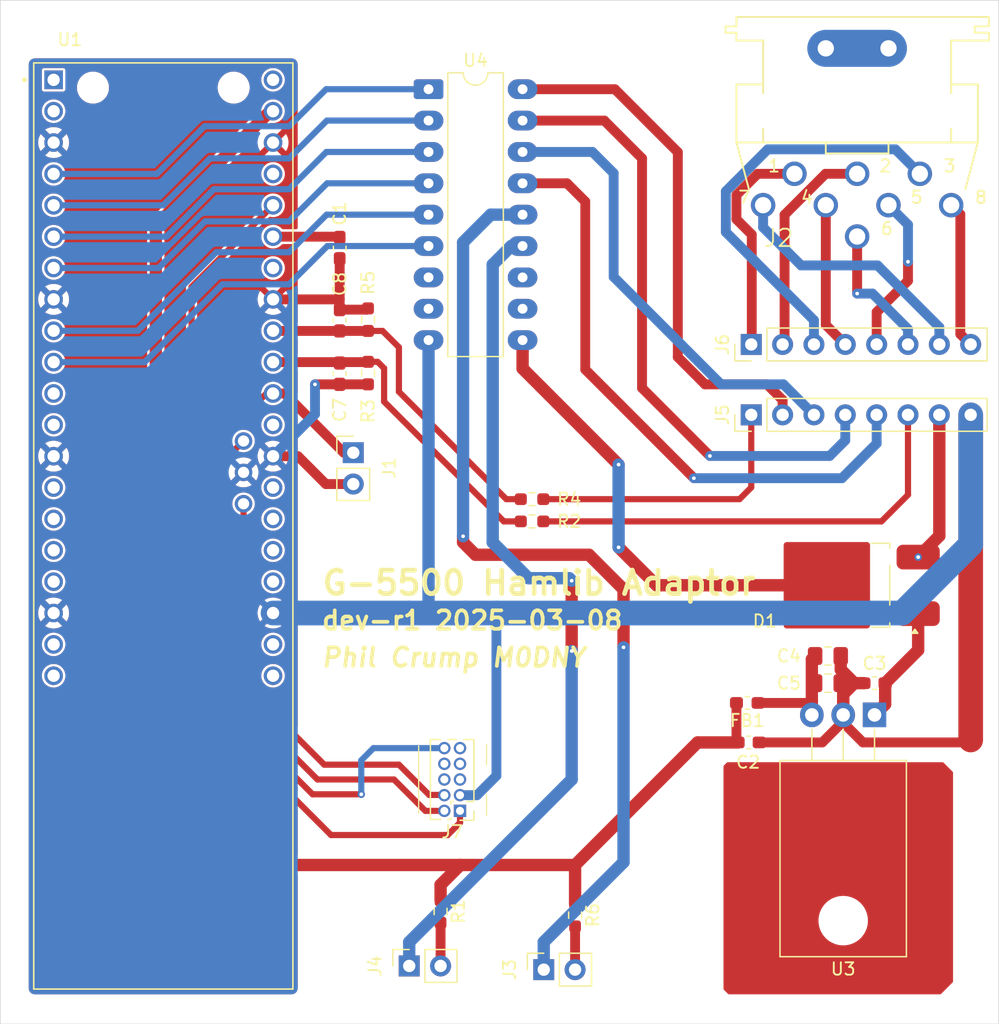
<source format=kicad_pcb>
(kicad_pcb (version 20241229) (generator "pcbnew") (generator_version "9.0")
  (layers (0 "F.Cu" signal) (2 "B.Cu" signal) (13 "F.Paste" user) (15 "B.Paste" user) (5 "F.SilkS" user "F.Silkscreen") (7 "B.SilkS" user "B.Silkscreen") (1 "F.Mask" user) (3 "B.Mask" user) (25 "Edge.Cuts" user))
  (net 0 "")
  (net 1 "Net-(U1-ADC_VREF)")
  (net 2 "GND")
  (net 3 "+5V")
  (net 4 "+12V")
  (net 5 "Net-(U3-VO)")
  (net 6 "/AZ_ADC")
  (net 7 "/EL_ADC")
  (net 8 "VDC")
  (net 9 "Net-(J3-Pin_1)")
  (net 10 "Net-(J4-Pin_1)")
  (net 11 "/EXT_AZ_VRAW")
  (net 12 "/EXT_EL_VRAW")
  (net 14 "/EL_DN")
  (net 16 "/AZ_CCW")
  (net 20 "/AZ_CW")
  (net 24 "/LED_2")
  (net 30 "/EL_UP")
  (net 32 "/LED_1")
  (net 39 "/EXT_AZ_CCW")
  (net 42 "/EXT_EL_UP")
  (net 44 "/EXT_AZ_CW")
  (net 46 "/EXT_EL_DN")
  (net 47 "Net-(J6-Pin_6)")
  (net 48 "Net-(J6-Pin_7)")
  (net 49 "Net-(J6-Pin_1)")
  (net 50 "Net-(J6-Pin_4)")
  (net 51 "Net-(J6-Pin_3)")
  (net 52 "Net-(J6-Pin_8)")
  (net 53 "Net-(J6-Pin_5)")
  (net 54 "Net-(J6-Pin_2)")
  (net 55 "Net-(J3-Pin_2)")
  (net 56 "Net-(J4-Pin_2)")
  (net 57 "/nRUN")
  (net 58 "/SWDCLK")
  (net 61 "+3.3V")
  (net 63 "/SWDIO")
  (footprint "Capacitor_SMD:C_0603_1608Metric_Pad1.08x0.95mm_HandSolder" (layer "F.Cu") (at 99.8375 97.2)
    (property "Reference" "C2" (at -0.0375 1.6 0) (layer "F.SilkS"))
    (property "Value" "1u" (hide yes))
    (pad "1" smd roundrect (at -0.8625 0) (size 1.075 0.95) (layers "F.Cu" "F.Mask" "F.Paste") (net 3 "+5V"))
    (pad "2" smd roundrect (at 0.8625 0) (size 1.075 0.95) (layers "F.Cu" "F.Mask" "F.Paste") (net 2 "GND"))
  )
  (footprint "Package_TO_SOT_THT:TO-220-3_Horizontal_TabDown" (layer "F.Cu") (at 110.04 94.97 180)
    (property "Reference" "U3" (at 2.54 -20.58 0) (layer "F.SilkS"))
    (property "Value" "LM2937xT" (hide yes))
    (pad "" np_thru_hole circle (at 2.54 -16.66 180) (size 3.5 3.5) (drill 3.5) (layers "*.Cu" "*.Mask"))
    (pad "1" thru_hole rect (at 0 0 180) (size 1.905 2) (drill 1.1) (layers "*.Cu" "*.Mask") (net 4 "+12V"))
    (pad "2" thru_hole oval (at 2.54 0 180) (size 1.905 2) (drill 1.1) (layers "*.Cu" "*.Mask") (net 2 "GND"))
    (pad "3" thru_hole oval (at 5.08 0 180) (size 1.905 2) (drill 1.1) (layers "*.Cu" "*.Mask") (net 5 "Net-(U3-VO)"))
  )
  (footprint "Resistor_SMD:R_0603_1608Metric_Pad0.98x0.95mm_HandSolder" (layer "F.Cu") (at 74.875 110.8875 -90)
    (property "Reference" "R1" (at 0 -1.43 90) (layer "F.SilkS"))
    (property "Value" "R" (hide yes))
    (pad "1" smd roundrect (at -0.9125 0 270) (size 0.975 0.95) (layers "F.Cu" "F.Mask" "F.Paste") (net 3 "+5V"))
    (pad "2" smd roundrect (at 0.9125 0 270) (size 0.975 0.95) (layers "F.Cu" "F.Mask" "F.Paste") (net 56 "Net-(J4-Pin_2)"))
  )
  (footprint "Resistor_SMD:R_0603_1608Metric_Pad0.98x0.95mm_HandSolder" (layer "F.Cu") (at 69 62.9625 -90)
    (property "Reference" "R5" (at -2.9875 0 90) (layer "F.SilkS"))
    (property "Value" "4K7" (hide yes))
    (pad "1" smd roundrect (at -0.9125 0 270) (size 0.975 0.95) (layers "F.Cu" "F.Mask" "F.Paste") (net 2 "GND"))
    (pad "2" smd roundrect (at 0.9125 0 270) (size 0.975 0.95) (layers "F.Cu" "F.Mask" "F.Paste") (net 7 "/EL_ADC"))
  )
  (footprint "Capacitor_SMD:C_0603_1608Metric_Pad1.08x0.95mm_HandSolder" (layer "F.Cu") (at 66.7 63.0125 90)
    (property "Reference" "C8" (at 2.9375 0 90) (layer "F.SilkS"))
    (property "Value" "1u" (hide yes))
    (pad "1" smd roundrect (at -0.8625 0 90) (size 1.075 0.95) (layers "F.Cu" "F.Mask" "F.Paste") (net 7 "/EL_ADC"))
    (pad "2" smd roundrect (at 0.8625 0 90) (size 1.075 0.95) (layers "F.Cu" "F.Mask" "F.Paste") (net 2 "GND"))
  )
  (footprint "Capacitor_SMD:C_0805_2012Metric_Pad1.18x1.45mm_HandSolder" (layer "F.Cu") (at 106.2625 90.2)
    (property "Reference" "C4" (at -3.1625 0 0) (layer "F.SilkS"))
    (property "Value" "10u" (hide yes))
    (pad "1" smd roundrect (at -1.0375 0) (size 1.175 1.45) (layers "F.Cu" "F.Mask" "F.Paste") (roundrect_rratio 0.212766) (net 5 "Net-(U3-VO)"))
    (pad "2" smd roundrect (at 1.0375 0) (size 1.175 1.45) (layers "F.Cu" "F.Mask" "F.Paste") (roundrect_rratio 0.212766) (net 2 "GND"))
  )
  (footprint "Capacitor_SMD:C_0603_1608Metric_Pad1.08x0.95mm_HandSolder" (layer "F.Cu") (at 110.0375 92.4 180)
    (property "Reference" "C3" (at 0 1.6 0) (layer "F.SilkS"))
    (property "Value" "1u" (hide yes))
    (pad "1" smd roundrect (at -0.8625 0 180) (size 1.075 0.95) (layers "F.Cu" "F.Mask" "F.Paste") (net 4 "+12V"))
    (pad "2" smd roundrect (at 0.8625 0 180) (size 1.075 0.95) (layers "F.Cu" "F.Mask" "F.Paste") (net 2 "GND"))
  )
  (footprint "MAB8SH:MAB8SH" (layer "F.Cu") (at 108.63 46.07 180)
    (property "Reference" "J2" (at 6.35 -10.287 0) (layer "F.SilkS") (effects (font (size 1.4 1.4))))
    (property "Value" "DIN-8")
    (fp_text user "7" (at 9.144 -6.985 0) (layer "F.SilkS"))
    (fp_text user "8" (at -10.033 -6.985 0) (layer "F.SilkS"))
    (fp_text user "6" (at -2.413 -9.525 0) (layer "F.SilkS"))
    (fp_text user "2" (at -2.286 -4.445 0) (layer "F.SilkS"))
    (fp_text user "5" (at -4.826 -6.985 0) (layer "F.SilkS"))
    (fp_text user "1" (at 6.731 -4.445 0) (layer "F.SilkS"))
    (fp_text user "3" (at -7.493 -4.445 0) (layer "F.SilkS"))
    (fp_text user "4" (at 4.064 -6.985 0) (layer "F.SilkS"))
    (pad "" np_thru_hole circle (at -7.62 0 180) (size 2.794 2.794) (drill 2.794) (layers "*.Cu" "*.Mask"))
    (pad "" np_thru_hole circle (at 7.62 0 180) (size 2.794 2.794) (drill 2.794) (layers "*.Cu" "*.Mask"))
    (pad "1" thru_hole circle (at 5.08 -5.08 180) (size 1.9812 1.9812) (drill 1.3208) (layers "*.Cu" "*.Mask") (net 49 "Net-(J6-Pin_1)"))
    (pad "2" thru_hole circle (at 0 -5.08 180) (size 1.9812 1.9812) (drill 1.3208) (layers "*.Cu" "*.Mask") (net 54 "Net-(J6-Pin_2)"))
    (pad "3" thru_hole circle (at -5.08 -5.08 180) (size 1.9812 1.9812) (drill 1.3208) (layers "*.Cu" "*.Mask") (net 51 "Net-(J6-Pin_3)"))
    (pad "4" thru_hole circle (at 2.54 -7.62 180) (size 1.9812 1.9812) (drill 1.3208) (layers "*.Cu" "*.Mask") (net 50 "Net-(J6-Pin_4)"))
    (pad "5" thru_hole circle (at -2.54 -7.62 180) (size 1.9812 1.9812) (drill 1.3208) (layers "*.Cu" "*.Mask") (net 53 "Net-(J6-Pin_5)"))
    (pad "6" thru_hole circle (at 0 -10.16 180) (size 1.9812 1.9812) (drill 1.3208) (layers "*.Cu" "*.Mask") (net 47 "Net-(J6-Pin_6)"))
    (pad "7" thru_hole circle (at 7.62 -7.62 180) (size 1.9812 1.9812) (drill 1.3208) (layers "*.Cu" "*.Mask") (net 48 "Net-(J6-Pin_7)"))
    (pad "8" thru_hole circle (at -7.62 -7.62 180) (size 1.9812 1.9812) (drill 1.3208) (layers "*.Cu" "*.Mask") (net 52 "Net-(J6-Pin_8)"))
    (pad "PE" thru_hole circle (at -2.54 5.08 180) (size 1.9812 1.9812) (drill 1.3208) (layers "*.Cu" "*.Mask"))
    (pad "PE@" thru_hole circle (at 2.54 5.08 180) (size 1.9812 1.9812) (drill 1.3208) (layers "*.Cu" "*.Mask"))
  )
  (footprint "Connector_PinHeader_1.27mm:PinHeader_2x05_P1.27mm_Vertical" (layer "F.Cu") (at 76.45 102.74 180)
    (property "Reference" "J7" (at 0.635 -1.695 0) (layer "F.SilkS"))
    (property "Value" "Conn_02x05_Odd_Even" (hide yes))
    (pad "1" thru_hole rect (at 0 0 180) (size 1 1) (drill 0.65) (layers "*.Cu" "*.Mask") (net 61 "+3.3V"))
    (pad "2" thru_hole oval (at 1.27 0 180) (size 1 1) (drill 0.65) (layers "*.Cu" "*.Mask") (net 63 "/SWDIO"))
    (pad "3" thru_hole oval (at 0 1.27 180) (size 1 1) (drill 0.65) (layers "*.Cu" "*.Mask") (net 2 "GND"))
    (pad "4" thru_hole oval (at 1.27 1.27 180) (size 1 1) (drill 0.65) (layers "*.Cu" "*.Mask") (net 58 "/SWDCLK"))
    (pad "5" thru_hole oval (at 0 2.54 180) (size 1 1) (drill 0.65) (layers "*.Cu" "*.Mask") (net 2 "GND"))
    (pad "6" thru_hole oval (at 1.27 2.54 180) (size 1 1) (drill 0.65) (layers "*.Cu" "*.Mask"))
    (pad "7" thru_hole oval (at 0 3.81 180) (size 1 1) (drill 0.65) (layers "*.Cu" "*.Mask"))
    (pad "8" thru_hole oval (at 1.27 3.81 180) (size 1 1) (drill 0.65) (layers "*.Cu" "*.Mask"))
    (pad "9" thru_hole oval (at 0 5.08 180) (size 1 1) (drill 0.65) (layers "*.Cu" "*.Mask"))
    (pad "10" thru_hole oval (at 1.27 5.08 180) (size 1 1) (drill 0.65) (layers "*.Cu" "*.Mask") (net 57 "/nRUN"))
  )
  (footprint "Resistor_SMD:R_0603_1608Metric_Pad0.98x0.95mm_HandSolder" (layer "F.Cu") (at 82.2875 79.3)
    (property "Reference" "R2" (at 3.0125 0 0) (layer "F.SilkS"))
    (property "Value" "10K" (hide yes))
    (pad "1" smd roundrect (at -0.9125 0) (size 0.975 0.95) (layers "F.Cu" "F.Mask" "F.Paste") (net 6 "/AZ_ADC"))
    (pad "2" smd roundrect (at 0.9125 0) (size 0.975 0.95) (layers "F.Cu" "F.Mask" "F.Paste") (net 11 "/EXT_AZ_VRAW"))
  )
  (footprint "Connector_PinHeader_2.54mm:PinHeader_1x08_P2.54mm_Vertical" (layer "F.Cu") (at 100.05 70.67 90)
    (property "Reference" "J5" (at 0 -2.33 90) (layer "F.SilkS"))
    (property "Value" "Conn_01x08_Pin" (hide yes))
    (pad "1" thru_hole rect (at 0 0 90) (size 1.7 1.7) (drill 1) (layers "*.Cu" "*.Mask") (net 12 "/EXT_EL_VRAW"))
    (pad "2" thru_hole oval (at 0 2.54 90) (size 1.7 1.7) (drill 1) (layers "*.Cu" "*.Mask") (net 44 "/EXT_AZ_CW"))
    (pad "3" thru_hole oval (at 0 5.08 90) (size 1.7 1.7) (drill 1) (layers "*.Cu" "*.Mask") (net 42 "/EXT_EL_UP"))
    (pad "4" thru_hole oval (at 0 7.62 90) (size 1.7 1.7) (drill 1) (layers "*.Cu" "*.Mask") (net 39 "/EXT_AZ_CCW"))
    (pad "5" thru_hole oval (at 0 10.16 90) (size 1.7 1.7) (drill 1) (layers "*.Cu" "*.Mask") (net 46 "/EXT_EL_DN"))
    (pad "6" thru_hole oval (at 0 12.7 90) (size 1.7 1.7) (drill 1) (layers "*.Cu" "*.Mask") (net 11 "/EXT_AZ_VRAW"))
    (pad "7" thru_hole oval (at 0 15.24 90) (size 1.7 1.7) (drill 1) (layers "*.Cu" "*.Mask") (net 8 "VDC"))
    (pad "8" thru_hole oval (at 0 17.78 90) (size 1.7 1.7) (drill 1) (layers "*.Cu" "*.Mask") (net 2 "GND"))
  )
  (footprint "Package_DIP:DIP-18_W7.62mm_LongPads" (layer "F.Cu") (at 73.9 44.3)
    (property "Reference" "U4" (at 3.81 -2.33 0) (layer "F.SilkS"))
    (property "Value" "ULN2803A" (hide yes))
    (pad "1" thru_hole roundrect (at 0 0) (size 2.4 1.6) (drill 0.8) (layers "*.Cu" "*.Mask") (roundrect_rratio 0.15625) (net 20 "/AZ_CW"))
    (pad "2" thru_hole oval (at 0 2.54) (size 2.4 1.6) (drill 0.8) (layers "*.Cu" "*.Mask") (net 16 "/AZ_CCW"))
    (pad "3" thru_hole oval (at 0 5.08) (size 2.4 1.6) (drill 0.8) (layers "*.Cu" "*.Mask") (net 30 "/EL_UP"))
    (pad "4" thru_hole oval (at 0 7.62) (size 2.4 1.6) (drill 0.8) (layers "*.Cu" "*.Mask") (net 14 "/EL_DN"))
    (pad "5" thru_hole oval (at 0 10.16) (size 2.4 1.6) (drill 0.8) (layers "*.Cu" "*.Mask") (net 32 "/LED_1"))
    (pad "6" thru_hole oval (at 0 12.7) (size 2.4 1.6) (drill 0.8) (layers "*.Cu" "*.Mask") (net 24 "/LED_2"))
    (pad "7" thru_hole oval (at 0 15.24) (size 2.4 1.6) (drill 0.8) (layers "*.Cu" "*.Mask"))
    (pad "8" thru_hole oval (at 0 17.78) (size 2.4 1.6) (drill 0.8) (layers "*.Cu" "*.Mask"))
    (pad "9" thru_hole oval (at 0 20.32) (size 2.4 1.6) (drill 0.8) (layers "*.Cu" "*.Mask") (net 2 "GND"))
    (pad "10" thru_hole oval (at 7.62 20.32) (size 2.4 1.6) (drill 0.8) (layers "*.Cu" "*.Mask") (net 4 "+12V"))
    (pad "11" thru_hole oval (at 7.62 17.78) (size 2.4 1.6) (drill 0.8) (layers "*.Cu" "*.Mask"))
    (pad "12" thru_hole oval (at 7.62 15.24) (size 2.4 1.6) (drill 0.8) (layers "*.Cu" "*.Mask"))
    (pad "13" thru_hole oval (at 7.62 12.7) (size 2.4 1.6) (drill 0.8) (layers "*.Cu" "*.Mask") (net 10 "Net-(J4-Pin_1)"))
    (pad "14" thru_hole oval (at 7.62 10.16) (size 2.4 1.6) (drill 0.8) (layers "*.Cu" "*.Mask") (net 9 "Net-(J3-Pin_1)"))
    (pad "15" thru_hole oval (at 7.62 7.62) (size 2.4 1.6) (drill 0.8) (layers "*.Cu" "*.Mask") (net 46 "/EXT_EL_DN"))
    (pad "16" thru_hole oval (at 7.62 5.08) (size 2.4 1.6) (drill 0.8) (layers "*.Cu" "*.Mask") (net 42 "/EXT_EL_UP"))
    (pad "17" thru_hole oval (at 7.62 2.54) (size 2.4 1.6) (drill 0.8) (layers "*.Cu" "*.Mask") (net 39 "/EXT_AZ_CCW"))
    (pad "18" thru_hole oval (at 7.62 0) (size 2.4 1.6) (drill 0.8) (layers "*.Cu" "*.Mask") (net 44 "/EXT_AZ_CW"))
  )
  (footprint "W5500-EVB-PICO:MODULE_W5500-EVB-PICO" (layer "F.Cu") (at 52.41011 79.67)
    (property "Reference" "U1" (at -7.575 -39.385 0) (layer "F.SilkS"))
    (property "Value" "W5500-EVB-PICO" (hide yes))
    (pad "" np_thru_hole circle (at -5.69987 -35.5001) (size 2.1 2.1) (drill 2.1) (layers "*.Cu" "*.Mask"))
    (pad "" np_thru_hole circle (at 5.69991 -35.5001) (size 2.1 2.1) (drill 2.1) (layers "*.Cu" "*.Mask"))
    (pad "1" thru_hole rect (at -8.89011 -36.13) (size 1.508 1.508) (drill 1) (layers "*.Cu" "*.Mask"))
    (pad "2" thru_hole circle (at -8.89011 -33.59) (size 1.508 1.508) (drill 1) (layers "*.Cu" "*.Mask"))
    (pad "3" thru_hole circle (at -8.89011 -31.05) (size 1.508 1.508) (drill 1) (layers "*.Cu" "*.Mask") (net 2 "GND"))
    (pad "4" thru_hole circle (at -8.89011 -28.51) (size 1.508 1.508) (drill 1) (layers "*.Cu" "*.Mask") (net 20 "/AZ_CW"))
    (pad "5" thru_hole circle (at -8.89011 -25.97) (size 1.508 1.508) (drill 1) (layers "*.Cu" "*.Mask") (net 16 "/AZ_CCW"))
    (pad "6" thru_hole circle (at -8.89011 -23.43) (size 1.508 1.508) (drill 1) (layers "*.Cu" "*.Mask") (net 30 "/EL_UP"))
    (pad "7" thru_hole circle (at -8.89011 -20.89) (size 1.508 1.508) (drill 1) (layers "*.Cu" "*.Mask") (net 14 "/EL_DN"))
    (pad "8" thru_hole circle (at -8.89011 -18.35) (size 1.508 1.508) (drill 1) (layers "*.Cu" "*.Mask") (net 2 "GND"))
    (pad "9" thru_hole circle (at -8.89011 -15.81) (size 1.508 1.508) (drill 1) (layers "*.Cu" "*.Mask") (net 32 "/LED_1"))
    (pad "10" thru_hole circle (at -8.89011 -13.27) (size 1.508 1.508) (drill 1) (layers "*.Cu" "*.Mask") (net 24 "/LED_2"))
    (pad "11" thru_hole circle (at -8.89011 -10.73) (size 1.508 1.508) (drill 1) (layers "*.Cu" "*.Mask"))
    (pad "12" thru_hole circle (at -8.89011 -8.19003) (size 1.508 1.508) (drill 1) (layers "*.Cu" "*.Mask"))
    (pad "13" thru_hole circle (at -8.89011 -5.65003) (size 1.508 1.508) (drill 1) (layers "*.Cu" "*.Mask") (net 2 "GND"))
    (pad "14" thru_hole circle (at -8.89011 -3.11003) (size 1.508 1.508) (drill 1) (layers "*.Cu" "*.Mask"))
    (pad "15" thru_hole circle (at -8.89011 -0.570031) (size 1.508 1.508) (drill 1) (layers "*.Cu" "*.Mask"))
    (pad "16" thru_hole circle (at -8.89011 1.96997) (size 1.508 1.508) (drill 1) (layers "*.Cu" "*.Mask"))
    (pad "17" thru_hole circle (at -8.89011 4.50997) (size 1.508 1.508) (drill 1) (layers "*.Cu" "*.Mask"))
    (pad "18" thru_hole circle (at -8.89011 7.04997) (size 1.508 1.508) (drill 1) (layers "*.Cu" "*.Mask") (net 2 "GND"))
    (pad "19" thru_hole circle (at -8.89011 9.58997) (size 1.508 1.508) (drill 1) (layers "*.Cu" "*.Mask"))
    (pad "20" thru_hole circle (at -8.89011 12.13) (size 1.508 1.508) (drill 1) (layers "*.Cu" "*.Mask"))
    (pad "21" thru_hole circle (at 8.88989 12.13) (size 1.508 1.508) (drill 1) (layers "*.Cu" "*.Mask"))
    (pad "22" thru_hole circle (at 8.88989 9.58997) (size 1.508 1.508) (drill 1) (layers "*.Cu" "*.Mask"))
    (pad "23" thru_hole circle (at 8.88989 7.04997) (size 1.508 1.508) (drill 1) (layers "*.Cu" "*.Mask") (net 2 "GND"))
    (pad "24" thru_hole circle (at 8.88989 4.50997) (size 1.508 1.508) (drill 1) (layers "*.Cu" "*.Mask"))
    (pad "25" thru_hole circle (at 8.88989 1.96997) (size 1.508 1.508) (drill 1) (layers "*.Cu" "*.Mask"))
    (pad "26" thru_hole circle (at 8.88989 -0.570031) (size 1.508 1.508) (drill 1) (layers "*.Cu" "*.Mask"))
    (pad "27" thru_hole circle (at 8.88989 -3.11003) (size 1.508 1.508) (drill 1) (layers "*.Cu" "*.Mask"))
    (pad "28" thru_hole circle (at 8.88989 -5.65003) (size 1.508 1.508) (drill 1) (layers "*.Cu" "*.Mask") (net 2 "GND"))
    (pad "29" thru_hole circle (at 8.88989 -8.19003) (size 1.508 1.508) (drill 1) (layers "*.Cu" "*.Mask"))
    (pad "30" thru_hole circle (at 8.88989 -10.73) (size 1.508 1.508) (drill 1) (layers "*.Cu" "*.Mask") (net 57 "/nRUN"))
    (pad "31" thru_hole circle (at 8.88989 -13.27) (size 1.508 1.508) (drill 1) (layers "*.Cu" "*.Mask") (net 6 "/AZ_ADC"))
    (pad "32" thru_hole circle (at 8.88989 -15.81) (size 1.508 1.508) (drill 1) (layers "*.Cu" "*.Mask") (net 7 "/EL_ADC"))
    (pad "33" thru_hole circle (at 8.88989 -18.35) (size 1.508 1.508) (drill 1) (layers "*.Cu" "*.Mask") (net 2 "GND"))
    (pad "34" thru_hole circle (at 8.88989 -20.89) (size 1.508 1.508) (drill 1) (layers "*.Cu" "*.Mask"))
    (pad "35" thru_hole circle (at 8.88989 -23.43) (size 1.508 1.508) (drill 1) (layers "*.Cu" "*.Mask") (net 1 "Net-(U1-ADC_VREF)"))
    (pad "36" thru_hole circle (at 8.88989 -25.97) (size 1.508 1.508) (drill 1) (layers "*.Cu" "*.Mask") (net 61 "+3.3V"))
    (pad "37" thru_hole circle (at 8.88989 -28.51) (size 1.508 1.508) (drill 1) (layers "*.Cu" "*.Mask"))
    (pad "38" thru_hole circle (at 8.88989 -31.05) (size 1.508 1.508) (drill 1) (layers "*.Cu" "*.Mask") (net 2 "GND"))
    (pad "39" thru_hole circle (at 8.88989 -33.59) (size 1.508 1.508) (drill 1) (layers "*.Cu" "*.Mask") (net 3 "+5V"))
    (pad "40" thru_hole circle (at 8.88989 -36.13) (size 1.508 1.508) (drill 1) (layers "*.Cu" "*.Mask"))
    (pad "41" thru_hole circle (at 6.50001 -1.7999) (size 1.4224 1.4224) (drill 0.9144) (layers "*.Cu" "*.Mask") (net 58 "/SWDCLK"))
    (pad "42" thru_hole circle (at 6.50001 -4.3399) (size 1.4224 1.4224) (drill 0.9144) (layers "*.Cu" "*.Mask") (net 2 "GND"))
    (pad "43" thru_hole circle (at 6.50001 -6.8799) (size 1.4224 1.4224) (drill 0.9144) (layers "*.Cu" "*.Mask") (net 63 "/SWDIO"))
  )
  (footprint "Resistor_SMD:R_0603_1608Metric_Pad0.98x0.95mm_HandSolder" (layer "F.Cu") (at 82.2875 77.5)
    (property "Reference" "R4" (at 3.0125 0 0) (layer "F.SilkS"))
    (property "Value" "10K" (hide yes))
    (pad "1" smd roundrect (at -0.9125 0) (size 0.975 0.95) (layers "F.Cu" "F.Mask" "F.Paste") (net 7 "/EL_ADC"))
    (pad "2" smd roundrect (at 0.9125 0) (size 0.975 0.95) (layers "F.Cu" "F.Mask" "F.Paste") (net 12 "/EXT_EL_VRAW"))
  )
  (footprint "Connector_PinSocket_2.54mm:PinSocket_1x02_P2.54mm_Vertical" (layer "F.Cu") (at 83.235 115.6 90)
    (property "Reference" "J3" (at 0 -2.77 90) (layer "F.SilkS"))
    (property "Value" "Conn_01x02_Pin" (hide yes))
    (pad "1" thru_hole rect (at 0 0 90) (size 1.7 1.7) (drill 1) (layers "*.Cu" "*.Mask") (net 9 "Net-(J3-Pin_1)"))
    (pad "2" thru_hole oval (at 0 2.54 90) (size 1.7 1.7) (drill 1) (layers "*.Cu" "*.Mask") (net 55 "Net-(J3-Pin_2)"))
  )
  (footprint "Resistor_SMD:R_0603_1608Metric_Pad0.98x0.95mm_HandSolder" (layer "F.Cu") (at 69 67.2875 90)
    (property "Reference" "R3" (at -3.0875 0 90) (layer "F.SilkS"))
    (property "Value" "4K7" (hide yes))
    (pad "1" smd roundrect (at -0.9125 0 90) (size 0.975 0.95) (layers "F.Cu" "F.Mask" "F.Paste") (net 2 "GND"))
    (pad "2" smd roundrect (at 0.9125 0 90) (size 0.975 0.95) (layers "F.Cu" "F.Mask" "F.Paste") (net 6 "/AZ_ADC"))
  )
  (footprint "Capacitor_SMD:C_0603_1608Metric_Pad1.08x0.95mm_HandSolder" (layer "F.Cu") (at 66.7 57.1625 -90)
    (property "Reference" "C1" (at -2.7875 0 90) (layer "F.SilkS"))
    (property "Value" "1u" (hide yes))
    (pad "1" smd roundrect (at -0.8625 0 270) (size 1.075 0.95) (layers "F.Cu" "F.Mask" "F.Paste") (net 1 "Net-(U1-ADC_VREF)"))
    (pad "2" smd roundrect (at 0.8625 0 270) (size 1.075 0.95) (layers "F.Cu" "F.Mask" "F.Paste") (net 2 "GND"))
  )
  (footprint "Capacitor_SMD:C_0603_1608Metric_Pad1.08x0.95mm_HandSolder" (layer "F.Cu") (at 66.7 67.3375 -90)
    (property "Reference" "C7" (at 2.9375 0 90) (layer "F.SilkS"))
    (property "Value" "1u" (hide yes))
    (pad "1" smd roundrect (at -0.8625 0 270) (size 1.075 0.95) (layers "F.Cu" "F.Mask" "F.Paste") (net 6 "/AZ_ADC"))
    (pad "2" smd roundrect (at 0.8625 0 270) (size 1.075 0.95) (layers "F.Cu" "F.Mask" "F.Paste") (net 2 "GND"))
  )
  (footprint "Connector_PinSocket_2.54mm:PinSocket_1x02_P2.54mm_Vertical" (layer "F.Cu") (at 72.335 115.3 90)
    (property "Reference" "J4" (at 0 -2.77 90) (layer "F.SilkS"))
    (property "Value" "Conn_01x02_Pin" (hide yes))
    (pad "1" thru_hole rect (at 0 0 90) (size 1.7 1.7) (drill 1) (layers "*.Cu" "*.Mask") (net 10 "Net-(J4-Pin_1)"))
    (pad "2" thru_hole oval (at 0 2.54 90) (size 1.7 1.7) (drill 1) (layers "*.Cu" "*.Mask") (net 56 "Net-(J4-Pin_2)"))
  )
  (footprint "Capacitor_SMD:C_0805_2012Metric_Pad1.18x1.45mm_HandSolder" (layer "F.Cu") (at 106.2625 92.4)
    (property "Reference" "C5" (at -3.1625 0 0) (layer "F.SilkS"))
    (property "Value" "10u" (hide yes))
    (pad "1" smd roundrect (at -1.0375 0) (size 1.175 1.45) (layers "F.Cu" "F.Mask" "F.Paste") (roundrect_rratio 0.212766) (net 5 "Net-(U3-VO)"))
    (pad "2" smd roundrect (at 1.0375 0) (size 1.175 1.45) (layers "F.Cu" "F.Mask" "F.Paste") (roundrect_rratio 0.212766) (net 2 "GND"))
  )
  (footprint "Resistor_SMD:R_0603_1608Metric_Pad0.98x0.95mm_HandSolder" (layer "F.Cu") (at 85.775 111.1875 -90)
    (property "Reference" "R6" (at 0 -1.43 90) (layer "F.SilkS"))
    (property "Value" "R" (hide yes))
    (pad "1" smd roundrect (at -0.9125 0 270) (size 0.975 0.95) (layers "F.Cu" "F.Mask" "F.Paste") (net 3 "+5V"))
    (pad "2" smd roundrect (at 0.9125 0 270) (size 0.975 0.95) (layers "F.Cu" "F.Mask" "F.Paste") (net 55 "Net-(J3-Pin_2)"))
  )
  (footprint "Inductor_SMD:L_0603_1608Metric_Pad1.05x0.95mm_HandSolder" (layer "F.Cu") (at 99.725 94 180)
    (property "Reference" "FB1" (at 0 -1.43 0) (layer "F.SilkS"))
    (property "Value" "FerriteBead" (hide yes))
    (pad "1" smd roundrect (at -0.875 0 180) (size 1.05 0.95) (layers "F.Cu" "F.Mask" "F.Paste") (net 5 "Net-(U3-VO)"))
    (pad "2" smd roundrect (at 0.875 0 180) (size 1.05 0.95) (layers "F.Cu" "F.Mask" "F.Paste") (net 3 "+5V"))
  )
  (footprint "Connector_PinHeader_2.54mm:PinHeader_1x02_P2.54mm_Vertical" (layer "F.Cu") (at 67.8 73.735)
    (property "Reference" "J1" (at 2.9 1.24 90) (layer "F.SilkS"))
    (property "Value" "Conn_01x02_Pin" (hide yes))
    (pad "1" thru_hole rect (at 0 0) (size 1.7 1.7) (drill 1) (layers "*.Cu" "*.Mask") (net 57 "/nRUN"))
    (pad "2" thru_hole oval (at 0 2.54) (size 1.7 1.7) (drill 1) (layers "*.Cu" "*.Mask") (net 2 "GND"))
  )
  (footprint "Connector_PinHeader_2.54mm:PinHeader_1x08_P2.54mm_Vertical" (layer "F.Cu") (at 100.05 64.97 90)
    (property "Reference" "J6" (at 0 -2.33 90) (layer "F.SilkS"))
    (property "Value" "Conn_01x08_Pin" (hide yes))
    (pad "1" thru_hole rect (at 0 0 90) (size 1.7 1.7) (drill 1) (layers "*.Cu" "*.Mask") (net 49 "Net-(J6-Pin_1)"))
    (pad "2" thru_hole oval (at 0 2.54 90) (size 1.7 1.7) (drill 1) (layers "*.Cu" "*.Mask") (net 54 "Net-(J6-Pin_2)"))
    (pad "3" thru_hole oval (at 0 5.08 90) (size 1.7 1.7) (drill 1) (layers "*.Cu" "*.Mask") (net 51 "Net-(J6-Pin_3)"))
    (pad "4" thru_hole oval (at 0 7.62 90) (size 1.7 1.7) (drill 1) (layers "*.Cu" "*.Mask") (net 50 "Net-(J6-Pin_4)"))
    (pad "5" thru_hole oval (at 0 10.16 90) (size 1.7 1.7) (drill 1) (layers "*.Cu" "*.Mask") (net 53 "Net-(J6-Pin_5)"))
    (pad "6" thru_hole oval (at 0 12.7 90) (size 1.7 1.7) (drill 1) (layers "*.Cu" "*.Mask") (net 47 "Net-(J6-Pin_6)"))
    (pad "7" thru_hole oval (at 0 15.24 90) (size 1.7 1.7) (drill 1) (layers "*.Cu" "*.Mask") (net 48 "Net-(J6-Pin_7)"))
    (pad "8" thru_hole oval (at 0 17.78 90) (size 1.7 1.7) (drill 1) (layers "*.Cu" "*.Mask") (net 52 "Net-(J6-Pin_8)"))
  )
  (footprint "Package_TO_SOT_SMD:TO-252-2_TabPin1" (layer "F.Cu") (at 108.2 84.47 180)
    (property "Reference" "D1" (at 7.05 -2.9 0) (layer "F.SilkS"))
    (property "Value" "D" (hide yes))
    (pad "1" smd roundrect (at -5.375 -2.3 180) (size 3.5 2) (layers "F.Cu" "F.Mask" "F.Paste") (net 4 "+12V"))
    (pad "1" smd roundrect (at 2.025 0 180) (size 7 7) (layers "F.Cu" "F.Mask") (roundrect_rratio 0.03571428571) (net 4 "+12V"))
    (pad "2" smd roundrect (at -5.375 2.28 180) (size 3.5 2) (layers "F.Cu" "F.Mask" "F.Paste") (net 8 "VDC"))
  )
  (gr_line (start 78.6 97.35) (end 78.6 99) (stroke (width 0.1)) (layer "F.SilkS"))
  (gr_line (start 78.6 101.45) (end 78.6 103.1) (stroke (width 0.1)) (layer "F.SilkS"))
  (gr_line (start 73.1 97.475) (end 73.1 102.95) (stroke (width 0.1)) (layer "F.SilkS"))
  (gr_line (start 120.1 120) (end 39.2 120) (stroke (width 0.05)) (layer "Edge.Cuts"))
  (gr_line (start 39.2 120) (end 39.2 37.1) (stroke (width 0.05)) (layer "Edge.Cuts"))
  (gr_line (start 39.2 37.1) (end 120.1 37.1) (stroke (width 0.05)) (layer "Edge.Cuts"))
  (gr_line (start 120.1 37.1) (end 120.1 120) (stroke (width 0.05)) (layer "Edge.Cuts"))
  (gr_text "Phil Crump M0DNY" (at 65.1 91.2 0) (layer "F.SilkS") (effects (font (size 1.5 1.5) (thickness 0.3) (bold yes) (italic yes)) (justify left bottom)))
  (gr_text "G-5500 Hamlib Adaptor" (at 65.1 85.4 0) (layer "F.SilkS") (effects (font (size 1.9 1.9) (thickness 0.38) (bold yes)) (justify left bottom)))
  (gr_text "dev-r1 2025-03-08" (at 65.1 88.2 0) (layer "F.SilkS") (effects (font (size 1.5 1.5) (thickness 0.3) (bold yes)) (justify left bottom)))
  (segment (start 106.09 40.99) (end 111.17 40.99) (width 3) (layer "B.Cu") (net 0))
  (segment (start 61.3 56.24) (end 66.64 56.24) (width 0.8) (layer "F.Cu") (net 1))
  (segment (start 66.64 56.24) (end 66.7 56.3) (width 0.8) (layer "F.Cu") (net 1))
  (segment (start 63.31997 74.01997) (end 61.3 74.01997) (width 0.8) (layer "F.Cu") (net 2))
  (segment (start 107.5 95.6) (end 109.1 97.2) (width 0.8) (layer "F.Cu") (net 2))
  (segment (start 107.5 94.97) (end 107.5 93.3) (width 1) (layer "F.Cu") (net 2))
  (segment (start 66.7 61.3) (end 66.7 58.025) (width 0.8) (layer "F.Cu") (net 2))
  (segment (start 107.5 95.5) (end 107.5 94.97) (width 0.8) (layer "F.Cu") (net 2))
  (segment (start 105.8 97.2) (end 107.5 95.5) (width 0.8) (layer "F.Cu") (net 2))
  (segment (start 107.5 92.6) (end 107.3 92.4) (width 1) (layer "F.Cu") (net 2))
  (segment (start 67.8 76.275) (end 65.575 76.275) (width 0.8) (layer "F.Cu") (net 2))
  (segment (start 69 68.2) (end 66.7 68.2) (width 0.8) (layer "F.Cu") (net 2))
  (segment (start 107.5 94.97) (end 107.5 95.6) (width 0.8) (layer "F.Cu") (net 2))
  (segment (start 65.575 76.275) (end 63.31997 74.01997) (width 0.8) (layer "F.Cu") (net 2))
  (segment (start 117.83 70.67) (end 117.83 97) (width 2) (layer "F.Cu") (net 2))
  (segment (start 64.7 68.2) (end 66.7 68.2) (width 0.8) (layer "F.Cu") (net 2))
  (segment (start 107.3 91.3) (end 108.4 92.4) (width 1) (layer "F.Cu") (net 2))
  (segment (start 68.9 62.15) (end 69 62.05) (width 0.8) (layer "F.Cu") (net 2))
  (segment (start 66.68 61.32) (end 66.7 61.3) (width 0.8) (layer "F.Cu") (net 2))
  (segment (start 66.7 62.15) (end 66.7 61.3) (width 0.8) (layer "F.Cu") (net 2))
  (segment (start 117.63 97.2) (end 117.83 97) (width 0.8) (layer "F.Cu") (net 2))
  (segment (start 66.7 62.15) (end 68.9 62.15) (width 0.8) (layer "F.Cu") (net 2))
  (segment (start 109.1 97.2) (end 117.63 97.2) (width 0.8) (layer "F.Cu") (net 2))
  (segment (start 108.4 92.4) (end 109.175 92.4) (width 1) (layer "F.Cu") (net 2))
  (segment (start 61.3 61.32) (end 66.68 61.32) (width 0.8) (layer "F.Cu") (net 2))
  (segment (start 100.7 97.2) (end 105.8 97.2) (width 0.8) (layer "F.Cu") (net 2))
  (segment (start 107.5 93.3) (end 108.4 92.4) (width 1) (layer "F.Cu") (net 2))
  (segment (start 107.5 94.97) (end 107.5 92.6) (width 1) (layer "F.Cu") (net 2))
  (segment (start 107.3 90.2) (end 107.3 91.3) (width 1) (layer "F.Cu") (net 2))
  (via (at 64.7 68.2) (size 0.6) (drill 0.3) (layers "F.Cu" "B.Cu") (net 2))
  (segment (start 72.35 86.71997) (end 61.3 86.71997) (width 2) (layer "B.Cu") (net 2))
  (segment (start 73.9 64.62) (end 73.9 86.51997) (width 1) (layer "B.Cu") (net 2))
  (segment (start 79.4 86.71997) (end 76.9 86.71997) (width 2) (layer "B.Cu") (net 2))
  (segment (start 76.9 86.71997) (end 72.35 86.71997) (width 2) (layer "B.Cu") (net 2))
  (segment (start 76.45 101.47) (end 77.83 101.47) (width 0.8) (layer "B.Cu") (net 2))
  (segment (start 117.83 81.17) (end 112.28003 86.71997) (width 2) (layer "B.Cu") (net 2))
  (segment (start 117.83 70.67) (end 117.83 81.17) (width 2) (layer "B.Cu") (net 2))
  (segment (start 61.3 74.01997) (end 64.7 70.61997) (width 0.8) (layer "B.Cu") (net 2))
  (segment (start 64.7 70.61997) (end 64.7 68.2) (width 0.8) (layer "B.Cu") (net 2))
  (segment (start 112.28003 86.71997) (end 79.4 86.71997) (width 2) (layer "B.Cu") (net 2))
  (segment (start 74.1 86.71997) (end 76.9 86.71997) (width 1) (layer "B.Cu") (net 2))
  (segment (start 77.83 101.47) (end 79.4 99.9) (width 0.8) (layer "B.Cu") (net 2))
  (segment (start 73.9 86.51997) (end 74.1 86.71997) (width 1) (layer "B.Cu") (net 2))
  (segment (start 79.4 99.9) (end 79.4 86.71997) (width 0.8) (layer "B.Cu") (net 2))
  (segment (start 74.875 109.975) (end 74.875 108.725) (width 1) (layer "F.Cu") (net 3))
  (segment (start 61.07 46.08) (end 61.3 46.08) (width 1) (layer "F.Cu") (net 3))
  (segment (start 95.7 97.2) (end 98.975 97.2) (width 1) (layer "F.Cu") (net 3))
  (segment (start 98.85 95.6) (end 98.85 97.075) (width 0.8) (layer "F.Cu") (net 3))
  (segment (start 76.475 107.125) (end 85.775 107.125) (width 1) (layer "F.Cu") (net 3))
  (segment (start 76.475 107.125) (end 61.025 107.125) (width 1) (layer "F.Cu") (net 3))
  (segment (start 51.8 97.9) (end 51.8 55.35) (width 1) (layer "F.Cu") (net 3))
  (segment (start 98.85 94) (end 98.85 95.6) (width 0.8) (layer "F.Cu") (net 3))
  (segment (start 85.775 110.275) (end 85.775 107.125) (width 1) (layer "F.Cu") (net 3))
  (segment (start 61.025 107.125) (end 51.8 97.9) (width 1) (layer "F.Cu") (net 3))
  (segment (start 85.775 107.125) (end 95.7 97.2) (width 1) (layer "F.Cu") (net 3))
  (segment (start 98.85 97.075) (end 98.975 97.2) (width 0.8) (layer "F.Cu") (net 3))
  (segment (start 74.875 108.725) (end 76.475 107.125) (width 1) (layer "F.Cu") (net 3))
  (segment (start 51.8 55.35) (end 61.07 46.08) (width 1) (layer "F.Cu") (net 3))
  (segment (start 89.3 74.7) (end 81.52 66.92) (width 1) (layer "F.Cu") (net 4))
  (segment (start 89.3 81.4) (end 92.37 84.47) (width 1) (layer "F.Cu") (net 4))
  (segment (start 113.575 86.77) (end 108.475 86.77) (width 1) (layer "F.Cu") (net 4))
  (segment (start 113.575 86.77) (end 113.575 89.725) (width 1) (layer "F.Cu") (net 4))
  (segment (start 92.37 84.47) (end 106.175 84.47) (width 1) (layer "F.Cu") (net 4))
  (segment (start 113.575 89.725) (end 110.9 92.4) (width 1) (layer "F.Cu") (net 4))
  (segment (start 110.9 92.4) (end 110.9 94.11) (width 1) (layer "F.Cu") (net 4))
  (segment (start 81.52 66.92) (end 81.52 64.62) (width 1) (layer "F.Cu") (net 4))
  (segment (start 108.475 86.77) (end 106.175 84.47) (width 1) (layer "F.Cu") (net 4))
  (segment (start 110.9 94.11) (end 110.04 94.97) (width 1) (layer "F.Cu") (net 4))
  (via (at 89.3 81.4) (size 0.6) (drill 0.3) (layers "F.Cu" "B.Cu") (net 4))
  (via (at 89.3 74.7) (size 0.6) (drill 0.3) (layers "F.Cu" "B.Cu") (net 4))
  (segment (start 89.3 74.7) (end 89.3 81.4) (width 1) (layer "B.Cu") (net 4))
  (segment (start 104.86 94) (end 104.96 93.9) (width 0.8) (layer "F.Cu") (net 5))
  (segment (start 104.96 90.465) (end 105.225 90.2) (width 1) (layer "F.Cu") (net 5))
  (segment (start 104.96 94.97) (end 104.96 93.9) (width 1) (layer "F.Cu") (net 5))
  (segment (start 104.96 93.9) (end 104.96 90.465) (width 1) (layer "F.Cu") (net 5))
  (segment (start 100.6 94) (end 104.86 94) (width 0.8) (layer "F.Cu") (net 5))
  (segment (start 61.3 66.4) (end 68.975 66.4) (width 0.8) (layer "F.Cu") (net 6))
  (segment (start 69.775 66.375) (end 70.3 66.9) (width 0.5) (layer "F.Cu") (net 6))
  (segment (start 70.3 69.6) (end 80 79.3) (width 0.5) (layer "F.Cu") (net 6))
  (segment (start 80 79.3) (end 81.375 79.3) (width 0.5) (layer "F.Cu") (net 6))
  (segment (start 68.975 66.4) (end 69 66.375) (width 0.8) (layer "F.Cu") (net 6))
  (segment (start 69 66.375) (end 69.775 66.375) (width 0.5) (layer "F.Cu") (net 6))
  (segment (start 70.3 66.9) (end 70.3 69.6) (width 0.5) (layer "F.Cu") (net 6))
  (segment (start 69 63.875) (end 66.5 63.875) (width 0.8) (layer "F.Cu") (net 7))
  (segment (start 61.315 63.875) (end 61.3 63.86) (width 0.8) (layer "F.Cu") (net 7))
  (segment (start 66.5 63.875) (end 61.315 63.875) (width 0.8) (layer "F.Cu") (net 7))
  (segment (start 71.5 68.8) (end 80.2 77.5) (width 0.5) (layer "F.Cu") (net 7))
  (segment (start 66.7 63.875) (end 66.5 63.875) (width 0.8) (layer "F.Cu") (net 7))
  (segment (start 80.2 77.5) (end 81.375 77.5) (width 0.5) (layer "F.Cu") (net 7))
  (segment (start 71.5 65.2) (end 71.5 68.8) (width 0.5) (layer "F.Cu") (net 7))
  (segment (start 69 63.875) (end 70.175 63.875) (width 0.5) (layer "F.Cu") (net 7))
  (segment (start 70.175 63.875) (end 71.5 65.2) (width 0.5) (layer "F.Cu") (net 7))
  (segment (start 115.29 80.475) (end 113.575 82.19) (width 1) (layer "F.Cu") (net 8))
  (segment (start 115.29 70.67) (end 115.29 80.475) (width 1) (layer "F.Cu") (net 8))
  (via (at 113.575 82.19) (size 0.6) (drill 0.3) (layers "F.Cu" "B.Cu") (net 8))
  (segment (start 89.7 89.5) (end 89.7 84.8) (width 1) (layer "F.Cu") (net 9))
  (segment (start 86.9 82) (end 77.7 82) (width 1) (layer "F.Cu") (net 9))
  (segment (start 77.7 82) (end 76.7 81) (width 1) (layer "F.Cu") (net 9))
  (segment (start 76.7 81) (end 76.7 80.5) (width 1) (layer "F.Cu") (net 9))
  (segment (start 89.7 84.8) (end 86.9 82) (width 1) (layer "F.Cu") (net 9))
  (via (at 89.7 89.5) (size 0.6) (drill 0.3) (layers "F.Cu" "B.Cu") (net 9))
  (via (at 76.7 80.5) (size 0.6) (drill 0.3) (layers "F.Cu" "B.Cu") (net 9))
  (segment (start 89.7 106.9) (end 83.235 113.365) (width 1) (layer "B.Cu") (net 9))
  (segment (start 78.94 54.46) (end 76.7 56.7) (width 1) (layer "B.Cu") (net 9))
  (segment (start 81.52 54.46) (end 78.94 54.46) (width 1) (layer "B.Cu") (net 9))
  (segment (start 89.7 89.5) (end 89.7 106.9) (width 1) (layer "B.Cu") (net 9))
  (segment (start 76.7 56.7) (end 76.7 80.5) (width 1) (layer "B.Cu") (net 9))
  (segment (start 83.235 113.365) (end 83.235 115.6) (width 1) (layer "B.Cu") (net 9))
  (segment (start 85.5 84.1) (end 85.5 89.8) (width 1) (layer "F.Cu") (net 10))
  (via (at 85.5 84.1) (size 0.6) (drill 0.3) (layers "F.Cu" "B.Cu") (net 10))
  (via (at 85.5 89.8) (size 0.6) (drill 0.3) (layers "F.Cu" "B.Cu") (net 10))
  (segment (start 85.5 89.8) (end 85.5 100.2) (width 1) (layer "B.Cu") (net 10))
  (segment (start 85.5 84.1) (end 85.3 83.9) (width 1) (layer "B.Cu") (net 10))
  (segment (start 80.6 57) (end 81.52 57) (width 1) (layer "B.Cu") (net 10))
  (segment (start 85.5 100.2) (end 72.335 113.365) (width 1) (layer "B.Cu") (net 10))
  (segment (start 85.3 83.9) (end 82 83.9) (width 1) (layer "B.Cu") (net 10))
  (segment (start 72.335 113.365) (end 72.335 115.3) (width 1) (layer "B.Cu") (net 10))
  (segment (start 79.1 58.5) (end 80.6 57) (width 1) (layer "B.Cu") (net 10))
  (segment (start 79.1 81) (end 79.1 58.5) (width 1) (layer "B.Cu") (net 10))
  (segment (start 82 83.9) (end 79.1 81) (width 1) (layer "B.Cu") (net 10))
  (segment (start 112.75 77.15) (end 112.75 70.67) (width 0.5) (layer "F.Cu") (net 11))
  (segment (start 83.2 79.3) (end 110.6 79.3) (width 0.5) (layer "F.Cu") (net 11))
  (segment (start 110.6 79.3) (end 112.75 77.15) (width 0.5) (layer "F.Cu") (net 11))
  (segment (start 99.1 77.5) (end 100.05 76.55) (width 0.5) (layer "F.Cu") (net 12))
  (segment (start 100.05 76.55) (end 100.05 70.67) (width 0.5) (layer "F.Cu") (net 12))
  (segment (start 83.2 77.5) (end 99.1 77.5) (width 0.5) (layer "F.Cu") (net 12))
  (segment (start 43.52 58.78) (end 52.02 58.78) (width 0.5) (layer "B.Cu") (net 14))
  (segment (start 62.6 55) (end 65.68 51.92) (width 0.5) (layer "B.Cu") (net 14))
  (segment (start 65.68 51.92) (end 73.9 51.92) (width 0.5) (layer "B.Cu") (net 14))
  (segment (start 52.02 58.78) (end 55.8 55) (width 0.5) (layer "B.Cu") (net 14))
  (segment (start 55.8 55) (end 62.6 55) (width 0.5) (layer "B.Cu") (net 14))
  (segment (start 43.52 53.7) (end 52.4 53.7) (width 0.5) (layer "B.Cu") (net 16))
  (segment (start 56.2 49.9) (end 62.6 49.9) (width 0.5) (layer "B.Cu") (net 16))
  (segment (start 52.4 53.7) (end 56.2 49.9) (width 0.5) (layer "B.Cu") (net 16))
  (segment (start 62.6 49.9) (end 65.66 46.84) (width 0.5) (layer "B.Cu") (net 16))
  (segment (start 65.66 46.84) (end 73.9 46.84) (width 0.5) (layer "B.Cu") (net 16))
  (segment (start 62.6 47.3) (end 65.6 44.3) (width 0.5) (layer "B.Cu") (net 20))
  (segment (start 51.89 51.16) (end 55.75 47.3) (width 0.5) (layer "B.Cu") (net 20))
  (segment (start 55.75 47.3) (end 62.6 47.3) (width 0.5) (layer "B.Cu") (net 20))
  (segment (start 65.6 44.3) (end 73.9 44.3) (width 0.5) (layer "B.Cu") (net 20))
  (segment (start 43.52 51.16) (end 51.89 51.16) (width 0.5) (layer "B.Cu") (net 20))
  (segment (start 62.6 60.1) (end 65.7 57) (width 0.5) (layer "B.Cu") (net 24))
  (segment (start 57.2 60.1) (end 62.6 60.1) (width 0.5) (layer "B.Cu") (net 24))
  (segment (start 50.9 66.4) (end 57.2 60.1) (width 0.5) (layer "B.Cu") (net 24))
  (segment (start 65.7 57) (end 73.9 57) (width 0.5) (layer "B.Cu") (net 24))
  (segment (start 43.52 66.4) (end 50.9 66.4) (width 0.5) (layer "B.Cu") (net 24))
  (segment (start 43.52 56.24) (end 52.66 56.24) (width 0.5) (layer "B.Cu") (net 30))
  (segment (start 62.6 52.4) (end 65.62 49.38) (width 0.5) (layer "B.Cu") (net 30))
  (segment (start 52.66 56.24) (end 56.5 52.4) (width 0.5) (layer "B.Cu") (net 30))
  (segment (start 65.62 49.38) (end 73.9 49.38) (width 0.5) (layer "B.Cu") (net 30))
  (segment (start 56.5 52.4) (end 62.6 52.4) (width 0.5) (layer "B.Cu") (net 30))
  (segment (start 56.7 57.5) (end 62.6 57.5) (width 0.5) (layer "B.Cu") (net 32))
  (segment (start 43.52 63.86) (end 50.34 63.86) (width 0.5) (layer "B.Cu") (net 32))
  (segment (start 65.64 54.46) (end 73.9 54.46) (width 0.5) (layer "B.Cu") (net 32))
  (segment (start 50.34 63.86) (end 56.7 57.5) (width 0.5) (layer "B.Cu") (net 32))
  (segment (start 62.6 57.5) (end 65.64 54.46) (width 0.5) (layer "B.Cu") (net 32))
  (segment (start 91.2 68.5) (end 96.7 74) (width 0.8) (layer "F.Cu") (net 39))
  (segment (start 91.2 49.9) (end 91.2 68.5) (width 0.8) (layer "F.Cu") (net 39))
  (segment (start 88.14 46.84) (end 91.2 49.9) (width 0.8) (layer "F.Cu") (net 39))
  (segment (start 81.52 46.84) (end 88.14 46.84) (width 0.8) (layer "F.Cu") (net 39))
  (via (at 96.7 74) (size 0.6) (drill 0.3) (layers "F.Cu" "B.Cu") (net 39))
  (segment (start 106.4 74) (end 107.67 72.73) (width 0.8) (layer "B.Cu") (net 39))
  (segment (start 96.7 74) (end 106.4 74) (width 0.8) (layer "B.Cu") (net 39))
  (segment (start 107.67 72.73) (end 107.67 70.67) (width 0.8) (layer "B.Cu") (net 39))
  (segment (start 87.18 49.38) (end 88.9 51.1) (width 0.8) (layer "B.Cu") (net 42))
  (segment (start 88.9 51.1) (end 88.9 59.5) (width 0.8) (layer "B.Cu") (net 42))
  (segment (start 102.66 68.2) (end 105.13 70.67) (width 0.8) (layer "B.Cu") (net 42))
  (segment (start 81.52 49.38) (end 87.18 49.38) (width 0.8) (layer "B.Cu") (net 42))
  (segment (start 88.9 59.5) (end 97.6 68.2) (width 0.8) (layer "B.Cu") (net 42))
  (segment (start 97.6 68.2) (end 102.66 68.2) (width 0.8) (layer "B.Cu") (net 42))
  (segment (start 94.1 49.4) (end 94.1 66) (width 0.8) (layer "F.Cu") (net 44))
  (segment (start 96.3 68.2) (end 101.322081 68.2) (width 0.8) (layer "F.Cu") (net 44))
  (segment (start 94.1 66) (end 96.3 68.2) (width 0.8) (layer "F.Cu") (net 44))
  (segment (start 81.52 44.3) (end 89 44.3) (width 0.8) (layer "F.Cu") (net 44))
  (segment (start 102.59 69.467919) (end 102.59 70.67) (width 0.8) (layer "F.Cu") (net 44))
  (segment (start 89 44.3) (end 94.1 49.4) (width 0.8) (layer "F.Cu") (net 44))
  (segment (start 101.322081 68.2) (end 102.59 69.467919) (width 0.8) (layer "F.Cu") (net 44))
  (segment (start 81.52 51.92) (end 85.12 51.92) (width 0.8) (layer "F.Cu") (net 46))
  (segment (start 86.6 53.4) (end 86.6 67) (width 0.8) (layer "F.Cu") (net 46))
  (segment (start 85.12 51.92) (end 86.6 53.4) (width 0.8) (layer "F.Cu") (net 46))
  (segment (start 86.6 67) (end 95.4 75.8) (width 0.8) (layer "F.Cu") (net 46))
  (via (at 95.4 75.8) (size 0.6) (drill 0.3) (layers "F.Cu" "B.Cu") (net 46))
  (segment (start 107.4 75.8) (end 95.4 75.8) (width 0.8) (layer "B.Cu") (net 46))
  (segment (start 110.21 72.99) (end 107.4 75.8) (width 0.8) (layer "B.Cu") (net 46))
  (segment (start 110.21 70.67) (end 110.21 72.99) (width 0.8) (layer "B.Cu") (net 46))
  (segment (start 108.63 56.23) (end 108.63 60.85) (width 0.8) (layer "F.Cu") (net 47))
  (via (at 108.63 60.85) (size 0.6) (drill 0.3) (layers "F.Cu" "B.Cu") (net 47))
  (segment (start 112.75 63.73) (end 109.87 60.85) (width 0.8) (layer "B.Cu") (net 47))
  (segment (start 112.75 64.97) (end 112.75 63.73) (width 0.8) (layer "B.Cu") (net 47))
  (segment (start 109.87 60.85) (end 108.63 60.85) (width 0.8) (layer "B.Cu") (net 47))
  (segment (start 104.09 58.57) (end 101.01 55.49) (width 0.8) (layer "B.Cu") (net 48))
  (segment (start 115.29 64.97) (end 115.29 63.57) (width 0.8) (layer "B.Cu") (net 48))
  (segment (start 115.29 63.57) (end 110.29 58.57) (width 0.8) (layer "B.Cu") (net 48))
  (segment (start 101.01 55.49) (end 101.01 53.69) (width 0.8) (layer "B.Cu") (net 48))
  (segment (start 110.29 58.57) (end 104.09 58.57) (width 0.8) (layer "B.Cu") (net 48))
  (segment (start 100.57 51.15) (end 103.55 51.15) (width 0.8) (layer "F.Cu") (net 49))
  (segment (start 98.85 54.83) (end 98.85 52.87) (width 0.8) (layer "F.Cu") (net 49))
  (segment (start 98.85 52.87) (end 100.57 51.15) (width 0.8) (layer "F.Cu") (net 49))
  (segment (start 100.09 56.07) (end 98.85 54.83) (width 0.8) (layer "F.Cu") (net 49))
  (segment (start 100.05 64.97) (end 100.09 64.93) (width 0.8) (layer "F.Cu") (net 49))
  (segment (start 100.09 64.93) (end 100.09 56.07) (width 0.8) (layer "F.Cu") (net 49))
  (segment (start 106.09 63.39) (end 106.09 53.69) (width 0.8) (layer "F.Cu") (net 50))
  (segment (start 107.67 64.97) (end 106.09 63.39) (width 0.8) (layer "F.Cu") (net 50))
  (segment (start 97.99 52.57) (end 97.99 55.87) (width 0.8) (layer "B.Cu") (net 51))
  (segment (start 97.99 55.87) (end 105.13 63.01) (width 0.8) (layer "B.Cu") (net 51))
  (segment (start 111.73 49.17) (end 101.39 49.17) (width 0.8) (layer "B.Cu") (net 51))
  (segment (start 101.39 49.17) (end 97.99 52.57) (width 0.8) (layer "B.Cu") (net 51))
  (segment (start 113.71 51.15) (end 111.73 49.17) (width 0.8) (layer "B.Cu") (net 51))
  (segment (start 105.13 63.01) (end 105.13 64.97) (width 0.8) (layer "B.Cu") (net 51))
  (segment (start 116.99 64.13) (end 116.99 54.43) (width 0.8) (layer "F.Cu") (net 52))
  (segment (start 116.99 54.43) (end 116.25 53.69) (width 0.8) (layer "F.Cu") (net 52))
  (segment (start 117.83 64.97) (end 116.99 64.13) (width 0.8) (layer "F.Cu") (net 52))
  (segment (start 110.21 62.35) (end 110.21 64.97) (width 0.8) (layer "F.Cu") (net 53))
  (segment (start 112.75 59.81) (end 110.21 62.35) (width 0.8) (layer "F.Cu") (net 53))
  (segment (start 112.75 58.27) (end 112.75 59.81) (width 0.8) (layer "F.Cu") (net 53))
  (via (at 112.75 58.27) (size 0.6) (drill 0.3) (layers "F.Cu" "B.Cu") (net 53))
  (segment (start 112.75 55.27) (end 111.17 53.69) (width 0.8) (layer "B.Cu") (net 53))
  (segment (start 112.75 58.27) (end 112.75 55.27) (width 0.8) (layer "B.Cu") (net 53))
  (segment (start 106.07 51.15) (end 108.63 51.15) (width 0.8) (layer "F.Cu") (net 54))
  (segment (start 102.59 64.97) (end 102.75 64.81) (width 0.8) (layer "F.Cu") (net 54))
  (segment (start 102.75 54.47) (end 106.07 51.15) (width 0.8) (layer "F.Cu") (net 54))
  (segment (start 102.75 64.81) (end 102.75 54.47) (width 0.8) (layer "F.Cu") (net 54))
  (segment (start 85.775 115.6) (end 85.775 112.1) (width 0.8) (layer "F.Cu") (net 55))
  (segment (start 74.875 115.3) (end 74.875 111.8) (width 0.8) (layer "F.Cu") (net 56))
  (segment (start 60.76 68.94) (end 56 73.7) (width 0.5) (layer "F.Cu") (net 57))
  (segment (start 67.8 73.735) (end 67.035 73.735) (width 0.8) (layer "F.Cu") (net 57))
  (segment (start 56 73.7) (end 56 92.9) (width 0.5) (layer "F.Cu") (net 57))
  (segment (start 58.7 95.6) (end 64.5 101.4) (width 0.5) (layer "F.Cu") (net 57))
  (segment (start 61.3 68.94) (end 60.76 68.94) (width 0.5) (layer "F.Cu") (net 57))
  (segment (start 67.035 73.735) (end 62.24 68.94) (width 0.8) (layer "F.Cu") (net 57))
  (segment (start 56 92.9) (end 58.7 95.6) (width 0.5) (layer "F.Cu") (net 57))
  (segment (start 62.24 68.94) (end 61.3 68.94) (width 0.8) (layer "F.Cu") (net 57))
  (segment (start 64.5 101.4) (end 68.45 101.4) (width 0.5) (layer "F.Cu") (net 57))
  (via (at 68.45 101.4) (size 0.6) (drill 0.3) (layers "F.Cu" "B.Cu") (net 57))
  (segment (start 69.44 97.66) (end 75.18 97.66) (width 0.5) (layer "B.Cu") (net 57))
  (segment (start 68.45 98.65) (end 69.44 97.66) (width 0.5) (layer "B.Cu") (net 57))
  (segment (start 68.45 101.4) (end 68.45 98.65) (width 0.5) (layer "B.Cu") (net 57))
  (segment (start 58.91012 77.8701) (end 58.91012 92.46012) (width 0.5) (layer "F.Cu") (net 58))
  (segment (start 58.91012 92.46012) (end 65.45 99) (width 0.5) (layer "F.Cu") (net 58))
  (segment (start 65.45 99) (end 71.5 99) (width 0.5) (layer "F.Cu") (net 58))
  (segment (start 75.16 101.45) (end 75.18 101.47) (width 0.5) (layer "F.Cu") (net 58))
  (segment (start 71.5 99) (end 73.95 101.45) (width 0.5) (layer "F.Cu") (net 58))
  (segment (start 73.95 101.45) (end 75.16 101.45) (width 0.5) (layer "F.Cu") (net 58))
  (segment (start 76.45 103.7) (end 76.45 102.74) (width 0.5) (layer "F.Cu") (net 61))
  (segment (start 61.3 53.7) (end 54.7 60.3) (width 0.5) (layer "F.Cu") (net 61))
  (segment (start 66 104.7) (end 75.45 104.7) (width 0.5) (layer "F.Cu") (net 61))
  (segment (start 54.7 93.4) (end 66 104.7) (width 0.5) (layer "F.Cu") (net 61))
  (segment (start 75.45 104.7) (end 76.45 103.7) (width 0.5) (layer "F.Cu") (net 61))
  (segment (start 54.7 60.3) (end 54.7 93.4) (width 0.5) (layer "F.Cu") (net 61))
  (segment (start 57.1 92.4) (end 57.1 74.60022) (width 0.5) (layer "F.Cu") (net 63))
  (segment (start 57.1 74.60022) (end 58.91012 72.7901) (width 0.5) (layer "F.Cu") (net 63))
  (segment (start 64.9 100.2) (end 57.1 92.4) (width 0.5) (layer "F.Cu") (net 63))
  (segment (start 73.64 102.74) (end 71.1 100.2) (width 0.5) (layer "F.Cu") (net 63))
  (segment (start 71.1 100.2) (end 64.9 100.2) (width 0.5) (layer "F.Cu") (net 63))
  (segment (start 75.18 102.74) (end 73.64 102.74) (width 0.5) (layer "F.Cu") (net 63))
  (zone (net 0) (net_name "") (layer "F.Cu") (connect_pads (clearance 0.5)) (min_thickness 0.25) (fill yes (thermal_gap 0.5) (thermal_bridge_width 0.5) (island_removal_mode 1) (island_area_min 10))
    (polygon (pts (xy 115.6 98.8) (xy 98.1 98.8) (xy 97.8 99.1) (xy 97.8 117.2) (xy 98.2 117.6) (xy 115.4 117.6) (xy 116.4 116.6) (xy 116.4 99.6) (xy 115.6 98.8)))
  )
  (zone (net 2) (net_name "GND") (layers "F.Cu" "B.Cu") (priority 1) (connect_pads (clearance 0)) (min_thickness 0.25) (fill yes (thermal_gap 0.5) (thermal_bridge_width 0.5) (smoothing fillet) (radius 0.5))
    (polygon (pts (xy 41.5 41.8) (xy 63.3 41.8) (xy 63.3 117.6) (xy 41.5 117.6)))
  )
)
</source>
